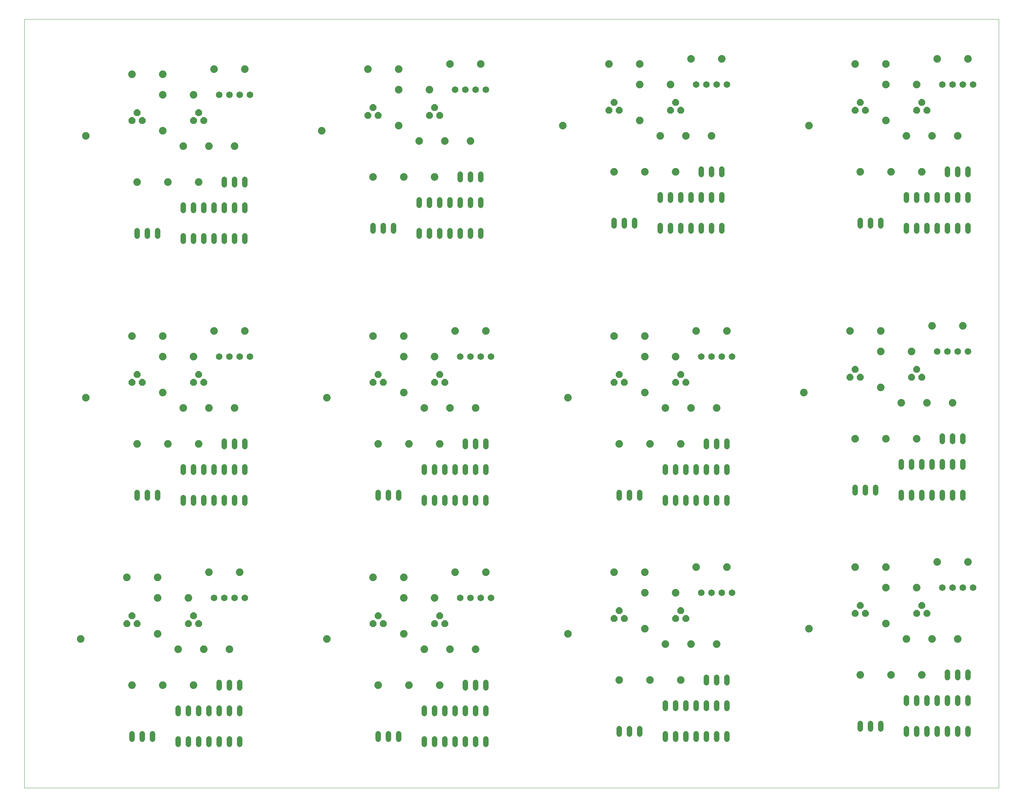
<source format=gtl>
G75*
G70*
%OFA0B0*%
%FSLAX24Y24*%
%IPPOS*%
%LPD*%
%AMOC8*
5,1,8,0,0,1.08239X$1,22.5*
%
%ADD10C,0.0000*%
%ADD11C,0.0740*%
%ADD12C,0.0650*%
%ADD13C,0.0520*%
%ADD14OC8,0.0660*%
D10*
X000100Y000100D02*
X000100Y074970D01*
X095092Y074970D01*
X095092Y000100D01*
X000100Y000100D01*
D11*
X010600Y010100D03*
X013600Y010100D03*
X016600Y010100D03*
X017600Y013600D03*
X015100Y013600D03*
X013100Y015100D03*
X013100Y018600D03*
X013100Y020600D03*
X010100Y020600D03*
X016100Y018600D03*
X018100Y021100D03*
X021100Y021100D03*
X029600Y014600D03*
X034600Y010100D03*
X037600Y010100D03*
X040600Y010100D03*
X041600Y013600D03*
X039100Y013600D03*
X037100Y015100D03*
X037100Y018600D03*
X037100Y020600D03*
X034100Y020600D03*
X040100Y018600D03*
X042100Y021100D03*
X045100Y021100D03*
X053100Y015100D03*
X058100Y010600D03*
X061100Y010600D03*
X064100Y010600D03*
X065100Y014100D03*
X062600Y014100D03*
X060600Y015600D03*
X060600Y019100D03*
X060600Y021100D03*
X057600Y021100D03*
X063600Y019100D03*
X065600Y021600D03*
X068600Y021600D03*
X076600Y015600D03*
X081600Y011100D03*
X084600Y011100D03*
X087600Y011100D03*
X088600Y014600D03*
X091100Y014600D03*
X086100Y014600D03*
X084100Y016100D03*
X084100Y019600D03*
X084100Y021600D03*
X081100Y021600D03*
X087100Y019600D03*
X089100Y022100D03*
X092100Y022100D03*
X087100Y034100D03*
X084100Y034100D03*
X081100Y034100D03*
X085600Y037600D03*
X083600Y039100D03*
X083600Y042600D03*
X083600Y044600D03*
X080600Y044600D03*
X086600Y042600D03*
X088600Y045100D03*
X091600Y045100D03*
X090600Y037600D03*
X088100Y037600D03*
X076100Y038600D03*
X067600Y037100D03*
X065100Y037100D03*
X062600Y037100D03*
X060600Y038600D03*
X060600Y042100D03*
X060600Y044100D03*
X057600Y044100D03*
X063600Y042100D03*
X065600Y044600D03*
X068600Y044600D03*
X064100Y033600D03*
X061100Y033600D03*
X058100Y033600D03*
X053100Y038100D03*
X044100Y037100D03*
X041600Y037100D03*
X039100Y037100D03*
X037100Y038600D03*
X037100Y042100D03*
X037100Y044100D03*
X034100Y044100D03*
X040100Y042100D03*
X042100Y044600D03*
X045100Y044600D03*
X040600Y033600D03*
X037600Y033600D03*
X034600Y033600D03*
X029600Y038100D03*
X021600Y044600D03*
X018600Y044600D03*
X016600Y042100D03*
X013600Y042100D03*
X013600Y044100D03*
X010600Y044100D03*
X013600Y038600D03*
X015600Y037100D03*
X018100Y037100D03*
X020600Y037100D03*
X017100Y033600D03*
X014100Y033600D03*
X011100Y033600D03*
X006100Y038100D03*
X011100Y059100D03*
X014100Y059100D03*
X017100Y059100D03*
X018100Y062600D03*
X020600Y062600D03*
X015600Y062600D03*
X013600Y064100D03*
X013600Y067600D03*
X013600Y069600D03*
X010600Y069600D03*
X016600Y067600D03*
X018600Y070100D03*
X021600Y070100D03*
X029100Y064100D03*
X034100Y059600D03*
X037100Y059600D03*
X040100Y059600D03*
X041100Y063100D03*
X043600Y063100D03*
X038600Y063100D03*
X036600Y064600D03*
X036600Y068100D03*
X036600Y070100D03*
X033600Y070100D03*
X039600Y068100D03*
X041600Y070600D03*
X044600Y070600D03*
X052600Y064600D03*
X057600Y060100D03*
X060600Y060100D03*
X063600Y060100D03*
X064600Y063600D03*
X062100Y063600D03*
X060100Y065100D03*
X060100Y068600D03*
X060100Y070600D03*
X063100Y068600D03*
X065100Y071100D03*
X068100Y071100D03*
X076600Y064600D03*
X081600Y060100D03*
X084600Y060100D03*
X087600Y060100D03*
X088600Y063600D03*
X091100Y063600D03*
X086100Y063600D03*
X084100Y065100D03*
X084100Y068600D03*
X084100Y070600D03*
X081100Y070600D03*
X087100Y068600D03*
X089100Y071100D03*
X092100Y071100D03*
X067100Y063600D03*
X057100Y070600D03*
X006100Y063600D03*
X005600Y014600D03*
X020100Y013600D03*
X044100Y013600D03*
X067600Y014100D03*
D12*
X067100Y019100D03*
X066100Y019100D03*
X068100Y019100D03*
X069100Y019100D03*
X089600Y019600D03*
X090600Y019600D03*
X091600Y019600D03*
X092600Y019600D03*
X092100Y042600D03*
X091100Y042600D03*
X090100Y042600D03*
X089100Y042600D03*
X069100Y042100D03*
X068100Y042100D03*
X067100Y042100D03*
X066100Y042100D03*
X045600Y042100D03*
X044600Y042100D03*
X043600Y042100D03*
X042600Y042100D03*
X022100Y042100D03*
X021100Y042100D03*
X020100Y042100D03*
X019100Y042100D03*
X018600Y018600D03*
X019600Y018600D03*
X020600Y018600D03*
X021600Y018600D03*
X042600Y018600D03*
X043600Y018600D03*
X044600Y018600D03*
X045600Y018600D03*
X045100Y068100D03*
X044100Y068100D03*
X043100Y068100D03*
X042100Y068100D03*
X022100Y067600D03*
X021100Y067600D03*
X020100Y067600D03*
X019100Y067600D03*
X065600Y068600D03*
X066600Y068600D03*
X067600Y068600D03*
X068600Y068600D03*
X089600Y068600D03*
X090600Y068600D03*
X091600Y068600D03*
X092600Y068600D03*
D13*
X092100Y060360D02*
X092100Y059840D01*
X091100Y059840D02*
X091100Y060360D01*
X090100Y060360D02*
X090100Y059840D01*
X090100Y057860D02*
X090100Y057340D01*
X089100Y057340D02*
X089100Y057860D01*
X088100Y057860D02*
X088100Y057340D01*
X087100Y057340D02*
X087100Y057860D01*
X086100Y057860D02*
X086100Y057340D01*
X086100Y054860D02*
X086100Y054340D01*
X087100Y054340D02*
X087100Y054860D01*
X088100Y054860D02*
X088100Y054340D01*
X089100Y054340D02*
X089100Y054860D01*
X090100Y054860D02*
X090100Y054340D01*
X091100Y054340D02*
X091100Y054860D01*
X092100Y054860D02*
X092100Y054340D01*
X092100Y057340D02*
X092100Y057860D01*
X091100Y057860D02*
X091100Y057340D01*
X083600Y055360D02*
X083600Y054840D01*
X082600Y054840D02*
X082600Y055360D01*
X081600Y055360D02*
X081600Y054840D01*
X068100Y054860D02*
X068100Y054340D01*
X067100Y054340D02*
X067100Y054860D01*
X066100Y054860D02*
X066100Y054340D01*
X065100Y054340D02*
X065100Y054860D01*
X064100Y054860D02*
X064100Y054340D01*
X063100Y054340D02*
X063100Y054860D01*
X062100Y054860D02*
X062100Y054340D01*
X059600Y054840D02*
X059600Y055360D01*
X058600Y055360D02*
X058600Y054840D01*
X057600Y054840D02*
X057600Y055360D01*
X062100Y057340D02*
X062100Y057860D01*
X063100Y057860D02*
X063100Y057340D01*
X064100Y057340D02*
X064100Y057860D01*
X065100Y057860D02*
X065100Y057340D01*
X066100Y057340D02*
X066100Y057860D01*
X067100Y057860D02*
X067100Y057340D01*
X068100Y057340D02*
X068100Y057860D01*
X068100Y059840D02*
X068100Y060360D01*
X067100Y060360D02*
X067100Y059840D01*
X066100Y059840D02*
X066100Y060360D01*
X044600Y059860D02*
X044600Y059340D01*
X043600Y059340D02*
X043600Y059860D01*
X042600Y059860D02*
X042600Y059340D01*
X042600Y057360D02*
X042600Y056840D01*
X041600Y056840D02*
X041600Y057360D01*
X040600Y057360D02*
X040600Y056840D01*
X039600Y056840D02*
X039600Y057360D01*
X038600Y057360D02*
X038600Y056840D01*
X038600Y054360D02*
X038600Y053840D01*
X039600Y053840D02*
X039600Y054360D01*
X040600Y054360D02*
X040600Y053840D01*
X041600Y053840D02*
X041600Y054360D01*
X042600Y054360D02*
X042600Y053840D01*
X043600Y053840D02*
X043600Y054360D01*
X044600Y054360D02*
X044600Y053840D01*
X044600Y056840D02*
X044600Y057360D01*
X043600Y057360D02*
X043600Y056840D01*
X036100Y054860D02*
X036100Y054340D01*
X035100Y054340D02*
X035100Y054860D01*
X034100Y054860D02*
X034100Y054340D01*
X021600Y053860D02*
X021600Y053340D01*
X020600Y053340D02*
X020600Y053860D01*
X019600Y053860D02*
X019600Y053340D01*
X018600Y053340D02*
X018600Y053860D01*
X017600Y053860D02*
X017600Y053340D01*
X016600Y053340D02*
X016600Y053860D01*
X015600Y053860D02*
X015600Y053340D01*
X013100Y053840D02*
X013100Y054360D01*
X012100Y054360D02*
X012100Y053840D01*
X011100Y053840D02*
X011100Y054360D01*
X015600Y056340D02*
X015600Y056860D01*
X016600Y056860D02*
X016600Y056340D01*
X017600Y056340D02*
X017600Y056860D01*
X018600Y056860D02*
X018600Y056340D01*
X019600Y056340D02*
X019600Y056860D01*
X020600Y056860D02*
X020600Y056340D01*
X021600Y056340D02*
X021600Y056860D01*
X021600Y058840D02*
X021600Y059360D01*
X020600Y059360D02*
X020600Y058840D01*
X019600Y058840D02*
X019600Y059360D01*
X019600Y033860D02*
X019600Y033340D01*
X020600Y033340D02*
X020600Y033860D01*
X021600Y033860D02*
X021600Y033340D01*
X021600Y031360D02*
X021600Y030840D01*
X020600Y030840D02*
X020600Y031360D01*
X019600Y031360D02*
X019600Y030840D01*
X018600Y030840D02*
X018600Y031360D01*
X017600Y031360D02*
X017600Y030840D01*
X016600Y030840D02*
X016600Y031360D01*
X015600Y031360D02*
X015600Y030840D01*
X013100Y028860D02*
X013100Y028340D01*
X012100Y028340D02*
X012100Y028860D01*
X011100Y028860D02*
X011100Y028340D01*
X015600Y028360D02*
X015600Y027840D01*
X016600Y027840D02*
X016600Y028360D01*
X017600Y028360D02*
X017600Y027840D01*
X018600Y027840D02*
X018600Y028360D01*
X019600Y028360D02*
X019600Y027840D01*
X020600Y027840D02*
X020600Y028360D01*
X021600Y028360D02*
X021600Y027840D01*
X034600Y028340D02*
X034600Y028860D01*
X035600Y028860D02*
X035600Y028340D01*
X036600Y028340D02*
X036600Y028860D01*
X039100Y028360D02*
X039100Y027840D01*
X040100Y027840D02*
X040100Y028360D01*
X041100Y028360D02*
X041100Y027840D01*
X042100Y027840D02*
X042100Y028360D01*
X043100Y028360D02*
X043100Y027840D01*
X044100Y027840D02*
X044100Y028360D01*
X045100Y028360D02*
X045100Y027840D01*
X045100Y030840D02*
X045100Y031360D01*
X044100Y031360D02*
X044100Y030840D01*
X043100Y030840D02*
X043100Y031360D01*
X042100Y031360D02*
X042100Y030840D01*
X041100Y030840D02*
X041100Y031360D01*
X040100Y031360D02*
X040100Y030840D01*
X039100Y030840D02*
X039100Y031360D01*
X043100Y033340D02*
X043100Y033860D01*
X044100Y033860D02*
X044100Y033340D01*
X045100Y033340D02*
X045100Y033860D01*
X058100Y028860D02*
X058100Y028340D01*
X059100Y028340D02*
X059100Y028860D01*
X060100Y028860D02*
X060100Y028340D01*
X062600Y028360D02*
X062600Y027840D01*
X063600Y027840D02*
X063600Y028360D01*
X064600Y028360D02*
X064600Y027840D01*
X065600Y027840D02*
X065600Y028360D01*
X066600Y028360D02*
X066600Y027840D01*
X067600Y027840D02*
X067600Y028360D01*
X068600Y028360D02*
X068600Y027840D01*
X068600Y030840D02*
X068600Y031360D01*
X067600Y031360D02*
X067600Y030840D01*
X066600Y030840D02*
X066600Y031360D01*
X065600Y031360D02*
X065600Y030840D01*
X064600Y030840D02*
X064600Y031360D01*
X063600Y031360D02*
X063600Y030840D01*
X062600Y030840D02*
X062600Y031360D01*
X066600Y033340D02*
X066600Y033860D01*
X067600Y033860D02*
X067600Y033340D01*
X068600Y033340D02*
X068600Y033860D01*
X081100Y029360D02*
X081100Y028840D01*
X082100Y028840D02*
X082100Y029360D01*
X083100Y029360D02*
X083100Y028840D01*
X085600Y028860D02*
X085600Y028340D01*
X086600Y028340D02*
X086600Y028860D01*
X087600Y028860D02*
X087600Y028340D01*
X088600Y028340D02*
X088600Y028860D01*
X089600Y028860D02*
X089600Y028340D01*
X090600Y028340D02*
X090600Y028860D01*
X091600Y028860D02*
X091600Y028340D01*
X091600Y031340D02*
X091600Y031860D01*
X090600Y031860D02*
X090600Y031340D01*
X089600Y031340D02*
X089600Y031860D01*
X088600Y031860D02*
X088600Y031340D01*
X087600Y031340D02*
X087600Y031860D01*
X086600Y031860D02*
X086600Y031340D01*
X085600Y031340D02*
X085600Y031860D01*
X089600Y033840D02*
X089600Y034360D01*
X090600Y034360D02*
X090600Y033840D01*
X091600Y033840D02*
X091600Y034360D01*
X091100Y011360D02*
X091100Y010840D01*
X090100Y010840D02*
X090100Y011360D01*
X092100Y011360D02*
X092100Y010840D01*
X092100Y008860D02*
X092100Y008340D01*
X091100Y008340D02*
X091100Y008860D01*
X090100Y008860D02*
X090100Y008340D01*
X089100Y008340D02*
X089100Y008860D01*
X088100Y008860D02*
X088100Y008340D01*
X087100Y008340D02*
X087100Y008860D01*
X086100Y008860D02*
X086100Y008340D01*
X083600Y006360D02*
X083600Y005840D01*
X082600Y005840D02*
X082600Y006360D01*
X081600Y006360D02*
X081600Y005840D01*
X086100Y005860D02*
X086100Y005340D01*
X087100Y005340D02*
X087100Y005860D01*
X088100Y005860D02*
X088100Y005340D01*
X089100Y005340D02*
X089100Y005860D01*
X090100Y005860D02*
X090100Y005340D01*
X091100Y005340D02*
X091100Y005860D01*
X092100Y005860D02*
X092100Y005340D01*
X068600Y005360D02*
X068600Y004840D01*
X067600Y004840D02*
X067600Y005360D01*
X066600Y005360D02*
X066600Y004840D01*
X065600Y004840D02*
X065600Y005360D01*
X064600Y005360D02*
X064600Y004840D01*
X063600Y004840D02*
X063600Y005360D01*
X062600Y005360D02*
X062600Y004840D01*
X060100Y005340D02*
X060100Y005860D01*
X059100Y005860D02*
X059100Y005340D01*
X058100Y005340D02*
X058100Y005860D01*
X062600Y007840D02*
X062600Y008360D01*
X063600Y008360D02*
X063600Y007840D01*
X064600Y007840D02*
X064600Y008360D01*
X065600Y008360D02*
X065600Y007840D01*
X066600Y007840D02*
X066600Y008360D01*
X067600Y008360D02*
X067600Y007840D01*
X068600Y007840D02*
X068600Y008360D01*
X068600Y010340D02*
X068600Y010860D01*
X067600Y010860D02*
X067600Y010340D01*
X066600Y010340D02*
X066600Y010860D01*
X045100Y010360D02*
X045100Y009840D01*
X044100Y009840D02*
X044100Y010360D01*
X043100Y010360D02*
X043100Y009840D01*
X043100Y007860D02*
X043100Y007340D01*
X042100Y007340D02*
X042100Y007860D01*
X041100Y007860D02*
X041100Y007340D01*
X040100Y007340D02*
X040100Y007860D01*
X039100Y007860D02*
X039100Y007340D01*
X039100Y004860D02*
X039100Y004340D01*
X040100Y004340D02*
X040100Y004860D01*
X041100Y004860D02*
X041100Y004340D01*
X042100Y004340D02*
X042100Y004860D01*
X043100Y004860D02*
X043100Y004340D01*
X044100Y004340D02*
X044100Y004860D01*
X045100Y004860D02*
X045100Y004340D01*
X045100Y007340D02*
X045100Y007860D01*
X044100Y007860D02*
X044100Y007340D01*
X036600Y005360D02*
X036600Y004840D01*
X035600Y004840D02*
X035600Y005360D01*
X034600Y005360D02*
X034600Y004840D01*
X021100Y004860D02*
X021100Y004340D01*
X020100Y004340D02*
X020100Y004860D01*
X019100Y004860D02*
X019100Y004340D01*
X018100Y004340D02*
X018100Y004860D01*
X017100Y004860D02*
X017100Y004340D01*
X016100Y004340D02*
X016100Y004860D01*
X015100Y004860D02*
X015100Y004340D01*
X012600Y004840D02*
X012600Y005360D01*
X011600Y005360D02*
X011600Y004840D01*
X010600Y004840D02*
X010600Y005360D01*
X015100Y007340D02*
X015100Y007860D01*
X016100Y007860D02*
X016100Y007340D01*
X017100Y007340D02*
X017100Y007860D01*
X018100Y007860D02*
X018100Y007340D01*
X019100Y007340D02*
X019100Y007860D01*
X020100Y007860D02*
X020100Y007340D01*
X021100Y007340D02*
X021100Y007860D01*
X021100Y009840D02*
X021100Y010360D01*
X020100Y010360D02*
X020100Y009840D01*
X019100Y009840D02*
X019100Y010360D01*
D14*
X017100Y016100D03*
X016600Y016850D03*
X016100Y016100D03*
X011100Y016100D03*
X010600Y016850D03*
X010100Y016100D03*
X034100Y016100D03*
X034600Y016850D03*
X035100Y016100D03*
X040100Y016100D03*
X040600Y016850D03*
X041100Y016100D03*
X057600Y016600D03*
X058100Y017350D03*
X058600Y016600D03*
X063600Y016600D03*
X064100Y017350D03*
X064600Y016600D03*
X081100Y017100D03*
X081600Y017850D03*
X082100Y017100D03*
X087100Y017100D03*
X087600Y017850D03*
X088100Y017100D03*
X064600Y039600D03*
X064100Y040350D03*
X063600Y039600D03*
X058600Y039600D03*
X058100Y040350D03*
X057600Y039600D03*
X041100Y039600D03*
X040600Y040350D03*
X040100Y039600D03*
X035100Y039600D03*
X034600Y040350D03*
X034100Y039600D03*
X017600Y039600D03*
X017100Y040350D03*
X016600Y039600D03*
X011600Y039600D03*
X011100Y040350D03*
X010600Y039600D03*
X010600Y065100D03*
X011100Y065850D03*
X011600Y065100D03*
X016600Y065100D03*
X017100Y065850D03*
X017600Y065100D03*
X033600Y065600D03*
X034100Y066350D03*
X034600Y065600D03*
X039600Y065600D03*
X040100Y066350D03*
X040600Y065600D03*
X057100Y066100D03*
X057600Y066850D03*
X058100Y066100D03*
X063100Y066100D03*
X063600Y066850D03*
X064100Y066100D03*
X081100Y066100D03*
X081600Y066850D03*
X082100Y066100D03*
X087100Y066100D03*
X087600Y066850D03*
X088100Y066100D03*
X087100Y040850D03*
X086600Y040100D03*
X087600Y040100D03*
X081600Y040100D03*
X081100Y040850D03*
X080600Y040100D03*
M02*

</source>
